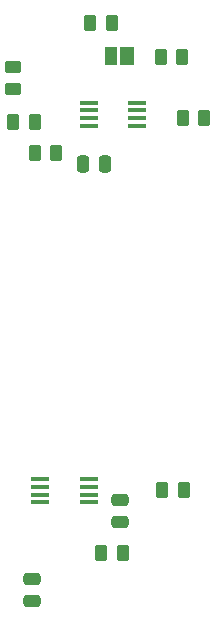
<source format=gbr>
%TF.GenerationSoftware,KiCad,Pcbnew,(6.0.6)*%
%TF.CreationDate,2022-08-03T15:09:15-07:00*%
%TF.ProjectId,ULPSM_R12,554c5053-4d5f-4523-9132-2e6b69636164,rev?*%
%TF.SameCoordinates,Original*%
%TF.FileFunction,Paste,Top*%
%TF.FilePolarity,Positive*%
%FSLAX46Y46*%
G04 Gerber Fmt 4.6, Leading zero omitted, Abs format (unit mm)*
G04 Created by KiCad (PCBNEW (6.0.6)) date 2022-08-03 15:09:15*
%MOMM*%
%LPD*%
G01*
G04 APERTURE LIST*
G04 Aperture macros list*
%AMRoundRect*
0 Rectangle with rounded corners*
0 $1 Rounding radius*
0 $2 $3 $4 $5 $6 $7 $8 $9 X,Y pos of 4 corners*
0 Add a 4 corners polygon primitive as box body*
4,1,4,$2,$3,$4,$5,$6,$7,$8,$9,$2,$3,0*
0 Add four circle primitives for the rounded corners*
1,1,$1+$1,$2,$3*
1,1,$1+$1,$4,$5*
1,1,$1+$1,$6,$7*
1,1,$1+$1,$8,$9*
0 Add four rect primitives between the rounded corners*
20,1,$1+$1,$2,$3,$4,$5,0*
20,1,$1+$1,$4,$5,$6,$7,0*
20,1,$1+$1,$6,$7,$8,$9,0*
20,1,$1+$1,$8,$9,$2,$3,0*%
G04 Aperture macros list end*
%ADD10RoundRect,0.250000X0.262500X0.450000X-0.262500X0.450000X-0.262500X-0.450000X0.262500X-0.450000X0*%
%ADD11R,1.524000X0.457200*%
%ADD12R,1.016000X1.549400*%
%ADD13R,1.193800X1.549400*%
%ADD14RoundRect,0.250000X-0.475000X0.250000X-0.475000X-0.250000X0.475000X-0.250000X0.475000X0.250000X0*%
%ADD15RoundRect,0.250000X-0.262500X-0.450000X0.262500X-0.450000X0.262500X0.450000X-0.262500X0.450000X0*%
%ADD16RoundRect,0.250000X-0.250000X-0.475000X0.250000X-0.475000X0.250000X0.475000X-0.250000X0.475000X0*%
%ADD17RoundRect,0.250000X-0.450000X0.262500X-0.450000X-0.262500X0.450000X-0.262500X0.450000X0.262500X0*%
G04 APERTURE END LIST*
D10*
%TO.C,R6*%
X160087508Y-35519995D03*
X161912508Y-35519995D03*
%TD*%
D11*
%TO.C,U1*%
X153993600Y-73199999D03*
X153993600Y-72550001D03*
X153993600Y-71899999D03*
X153993600Y-71250001D03*
X149906400Y-71250001D03*
X149906400Y-71899999D03*
X149906400Y-72550001D03*
X149906400Y-73199999D03*
%TD*%
D12*
%TO.C,C2*%
X155926500Y-35425000D03*
D13*
X157234600Y-35425000D03*
%TD*%
D14*
%TO.C,C1*%
X156675000Y-73000000D03*
X156675000Y-74900000D03*
%TD*%
D15*
%TO.C,R5*%
X154112500Y-32650000D03*
X155937500Y-32650000D03*
%TD*%
%TO.C,R2*%
X149425000Y-40965499D03*
X147600000Y-40965499D03*
%TD*%
D16*
%TO.C,C4*%
X153500000Y-44575000D03*
X155400000Y-44575000D03*
%TD*%
D14*
%TO.C,C3*%
X149230000Y-81580000D03*
X149230000Y-79680000D03*
%TD*%
D10*
%TO.C,R7*%
X156887500Y-77520000D03*
X155062500Y-77520000D03*
%TD*%
D15*
%TO.C,R8*%
X161950000Y-40665499D03*
X163775000Y-40665499D03*
%TD*%
%TO.C,R3*%
X149425000Y-43615499D03*
X151250000Y-43615499D03*
%TD*%
%TO.C,R4*%
X160237500Y-72200000D03*
X162062500Y-72200000D03*
%TD*%
D11*
%TO.C,U2*%
X153993900Y-39365500D03*
X153993900Y-40015498D03*
X153993900Y-40665500D03*
X153993900Y-41315498D03*
X158081100Y-41315498D03*
X158081100Y-40665500D03*
X158081100Y-40015498D03*
X158081100Y-39365500D03*
%TD*%
D17*
%TO.C,R1*%
X147625000Y-36362500D03*
X147625000Y-38187500D03*
%TD*%
M02*

</source>
